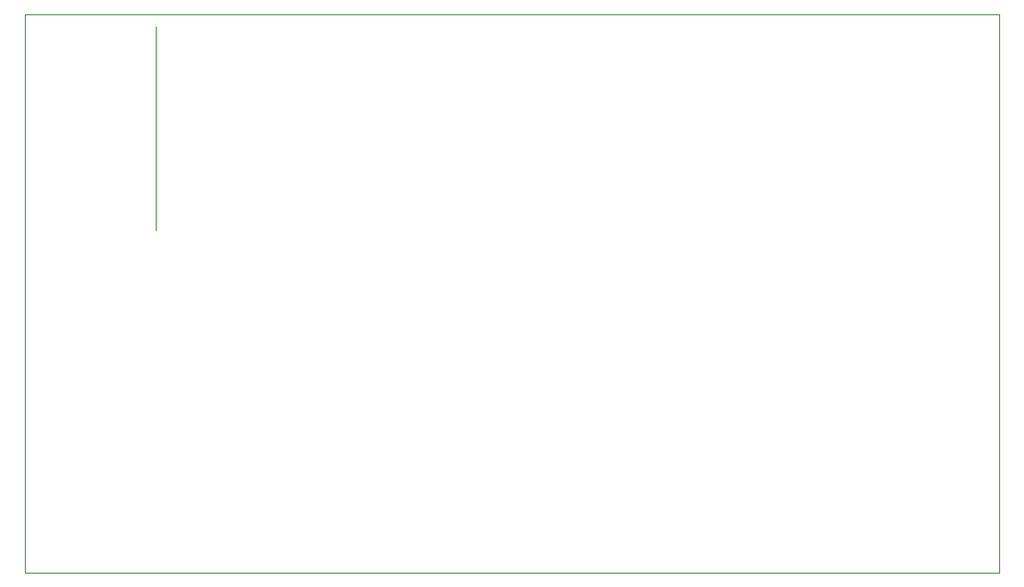
<source format=gbr>
%TF.GenerationSoftware,KiCad,Pcbnew,(6.0.9)*%
%TF.CreationDate,2022-11-10T13:56:48+05:30*%
%TF.ProjectId,Kajimba,4b616a69-6d62-4612-9e6b-696361645f70,rev?*%
%TF.SameCoordinates,Original*%
%TF.FileFunction,Profile,NP*%
%FSLAX46Y46*%
G04 Gerber Fmt 4.6, Leading zero omitted, Abs format (unit mm)*
G04 Created by KiCad (PCBNEW (6.0.9)) date 2022-11-10 13:56:48*
%MOMM*%
%LPD*%
G01*
G04 APERTURE LIST*
%TA.AperFunction,Profile*%
%ADD10C,0.100000*%
%TD*%
%TA.AperFunction,Profile*%
%ADD11C,0.120000*%
%TD*%
G04 APERTURE END LIST*
D10*
X185420000Y-72390000D02*
X99060000Y-72390000D01*
X99060000Y-121920000D02*
X185420000Y-121920000D01*
X99060000Y-72390000D02*
X99060000Y-121920000D01*
X185420000Y-121920000D02*
X185420000Y-72390000D01*
D11*
%TO.C,J1*%
X110610000Y-73550000D02*
X110610000Y-91550000D01*
%TD*%
M02*

</source>
